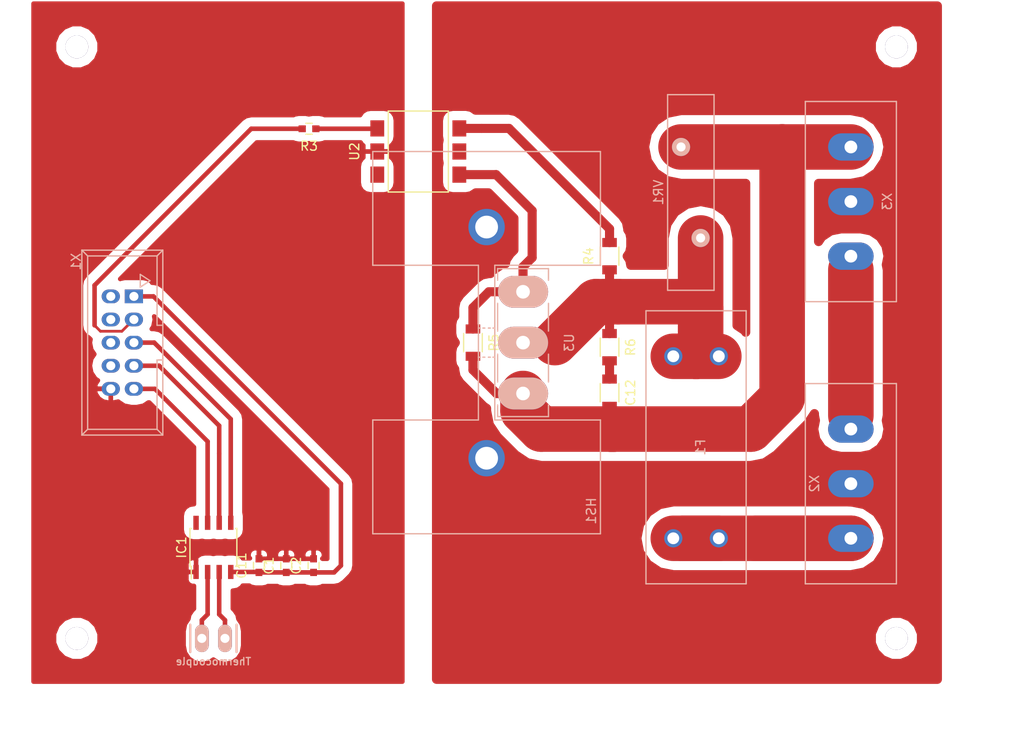
<source format=kicad_pcb>
(kicad_pcb (version 4) (host pcbnew "(2015-09-12 BZR 6188)-product")

  (general
    (links 35)
    (no_connects 0)
    (area 95.615476 49.075 213 132.700001)
    (thickness 1.6)
    (drawings 8)
    (tracks 111)
    (zones 0)
    (modules 22)
    (nets 18)
  )

  (page A4)
  (layers
    (0 F.Cu signal)
    (31 B.Cu signal)
    (32 B.Adhes user)
    (33 F.Adhes user)
    (34 B.Paste user)
    (35 F.Paste user)
    (36 B.SilkS user)
    (37 F.SilkS user)
    (38 B.Mask user)
    (39 F.Mask user)
    (40 Dwgs.User user)
    (41 Cmts.User user)
    (42 Eco1.User user)
    (43 Eco2.User user)
    (44 Edge.Cuts user)
    (45 Margin user)
    (46 B.CrtYd user)
    (47 F.CrtYd user)
    (48 B.Fab user)
    (49 F.Fab user)
  )

  (setup
    (last_trace_width 0.5)
    (user_trace_width 0.5)
    (user_trace_width 1)
    (user_trace_width 3)
    (user_trace_width 5)
    (trace_clearance 0.3)
    (zone_clearance 1)
    (zone_45_only no)
    (trace_min 0.2)
    (segment_width 0.15)
    (edge_width 0.15)
    (via_size 1.5)
    (via_drill 1)
    (via_min_size 0.4)
    (via_min_drill 0.3)
    (uvia_size 0.3)
    (uvia_drill 0.1)
    (uvias_allowed no)
    (uvia_min_size 0.2)
    (uvia_min_drill 0.1)
    (pcb_text_width 0.3)
    (pcb_text_size 1.5 1.5)
    (mod_edge_width 0.15)
    (mod_text_size 1 1)
    (mod_text_width 0.15)
    (pad_size 3 5)
    (pad_drill 1.4)
    (pad_to_mask_clearance 0.2)
    (aux_axis_origin 0 0)
    (grid_origin 174 109)
    (visible_elements FFFFFF7F)
    (pcbplotparams
      (layerselection 0x00030_80000001)
      (usegerberextensions false)
      (excludeedgelayer true)
      (linewidth 0.100000)
      (plotframeref false)
      (viasonmask false)
      (mode 1)
      (useauxorigin false)
      (hpglpennumber 1)
      (hpglpenspeed 20)
      (hpglpendiameter 15)
      (hpglpenoverlay 2)
      (psnegative false)
      (psa4output false)
      (plotreference true)
      (plotvalue true)
      (plotinvisibletext false)
      (padsonsilk false)
      (subtractmaskfromsilk false)
      (outputformat 1)
      (mirror false)
      (drillshape 1)
      (scaleselection 1)
      (outputdirectory ""))
  )

  (net 0 "")
  (net 1 GND)
  (net 2 +3V3)
  (net 3 /L_load)
  (net 4 /L_mains)
  (net 5 /TC-)
  (net 6 /TC+)
  (net 7 "Net-(R3-Pad1)")
  (net 8 /PE_mains)
  (net 9 /N_mains)
  (net 10 /TC_SCK)
  (net 11 /~TC_CS)
  (net 12 /TC_SO)
  (net 13 /PWR)
  (net 14 /Snub)
  (net 15 /MOC_A1)
  (net 16 /MOC_A2)
  (net 17 /L_main_fused)

  (net_class Default "This is the default net class."
    (clearance 0.3)
    (trace_width 0.3)
    (via_dia 1.5)
    (via_drill 1)
    (uvia_dia 0.3)
    (uvia_drill 0.1)
    (add_net +3V3)
    (add_net /PWR)
    (add_net /TC+)
    (add_net /TC-)
    (add_net /TC_SCK)
    (add_net /TC_SO)
    (add_net /~TC_CS)
    (add_net GND)
    (add_net "Net-(R3-Pad1)")
  )

  (net_class AC ""
    (clearance 1)
    (trace_width 3)
    (via_dia 1.5)
    (via_drill 1)
    (uvia_dia 0.3)
    (uvia_drill 0.1)
    (add_net /L_load)
    (add_net /L_main_fused)
    (add_net /L_mains)
    (add_net /N_mains)
    (add_net /PE_mains)
  )

  (net_class AC-LC ""
    (clearance 1)
    (trace_width 1)
    (via_dia 1.5)
    (via_drill 1)
    (uvia_dia 0.3)
    (uvia_drill 0.1)
    (add_net /MOC_A1)
    (add_net /MOC_A2)
    (add_net /Snub)
  )

  (module Mounting_Holes:MountingHole_2-5mm (layer F.Cu) (tedit 56C78D99) (tstamp 56C7903D)
    (at 195 120)
    (descr "Mounting hole, Befestigungsbohrung, 2,5mm, No Annular, Kein Restring,")
    (tags "Mounting hole, Befestigungsbohrung, 2,5mm, No Annular, Kein Restring,")
    (fp_text reference REF** (at 0 -3.50012) (layer F.SilkS) hide
      (effects (font (size 1 1) (thickness 0.15)))
    )
    (fp_text value MountingHole_2-5mm (at 0 4) (layer F.Fab)
      (effects (font (size 1 1) (thickness 0.15)))
    )
    (fp_circle (center 0 0) (end 2.5 0) (layer Cmts.User) (width 0.381))
    (pad 1 thru_hole circle (at 0 0) (size 2.5 2.5) (drill 2.5) (layers))
  )

  (module Mounting_Holes:MountingHole_2-5mm (layer F.Cu) (tedit 56C78D99) (tstamp 56C7901D)
    (at 105 120)
    (descr "Mounting hole, Befestigungsbohrung, 2,5mm, No Annular, Kein Restring,")
    (tags "Mounting hole, Befestigungsbohrung, 2,5mm, No Annular, Kein Restring,")
    (fp_text reference REF** (at 0 -3.50012) (layer F.SilkS) hide
      (effects (font (size 1 1) (thickness 0.15)))
    )
    (fp_text value MountingHole_2-5mm (at 0 4) (layer F.Fab)
      (effects (font (size 1 1) (thickness 0.15)))
    )
    (fp_circle (center 0 0) (end 2.5 0) (layer Cmts.User) (width 0.381))
    (pad 1 thru_hole circle (at 0 0) (size 2.5 2.5) (drill 2.5) (layers))
  )

  (module Mounting_Holes:MountingHole_2-5mm (layer F.Cu) (tedit 56C78D99) (tstamp 56C79018)
    (at 105 55)
    (descr "Mounting hole, Befestigungsbohrung, 2,5mm, No Annular, Kein Restring,")
    (tags "Mounting hole, Befestigungsbohrung, 2,5mm, No Annular, Kein Restring,")
    (fp_text reference REF** (at 0 -3.50012) (layer F.SilkS) hide
      (effects (font (size 1 1) (thickness 0.15)))
    )
    (fp_text value MountingHole_2-5mm (at 0 -4) (layer F.Fab)
      (effects (font (size 1 1) (thickness 0.15)))
    )
    (fp_circle (center 0 0) (end 2.5 0) (layer Cmts.User) (width 0.381))
    (pad 1 thru_hole circle (at 0 0) (size 2.5 2.5) (drill 2.5) (layers))
  )

  (module uMIDI:Fuseholder_Schurter_20x5 (layer B.Cu) (tedit 56AF9776) (tstamp 56AFA452)
    (at 173 99 270)
    (path /56A9124A)
    (fp_text reference F1 (at 0 -0.5 270) (layer B.SilkS)
      (effects (font (size 1 1) (thickness 0.15)) (justify mirror))
    )
    (fp_text value "Insert 12A slow" (at 0 0.5 270) (layer B.Fab)
      (effects (font (size 1 1) (thickness 0.15)) (justify mirror))
    )
    (fp_line (start 15 5.5) (end 15 -5.5) (layer B.SilkS) (width 0.15))
    (fp_line (start -15 5.5) (end 15 5.5) (layer B.SilkS) (width 0.15))
    (fp_line (start -15 -5.5) (end 15 -5.5) (layer B.SilkS) (width 0.15))
    (fp_line (start -15 5.5) (end -15 -5.5) (layer B.SilkS) (width 0.15))
    (pad 1 thru_hole circle (at -10 -2.5 270) (size 2 2) (drill 1.3) (layers *.Cu *.Mask)
      (net 17 /L_main_fused))
    (pad 1 thru_hole circle (at -10 2.5 270) (size 2 2) (drill 1.3) (layers *.Cu *.Mask)
      (net 17 /L_main_fused))
    (pad 2 thru_hole circle (at 10 2.5 270) (size 2 2) (drill 1.3) (layers *.Cu *.Mask)
      (net 4 /L_mains))
    (pad 2 thru_hole circle (at 10 -2.5 270) (size 2 2) (drill 1.3) (layers *.Cu *.Mask)
      (net 4 /L_mains))
  )

  (module Housings_SOIC:SOIC-8_3.9x4.9mm_Pitch1.27mm (layer F.Cu) (tedit 54130A77) (tstamp 56AFA45E)
    (at 120 110 90)
    (descr "8-Lead Plastic Small Outline (SN) - Narrow, 3.90 mm Body [SOIC] (see Microchip Packaging Specification 00000049BS.pdf)")
    (tags "SOIC 1.27")
    (path /56AA0615)
    (attr smd)
    (fp_text reference IC1 (at 0 -3.5 90) (layer F.SilkS)
      (effects (font (size 1 1) (thickness 0.15)))
    )
    (fp_text value MAX6675 (at 0 3.5 90) (layer F.Fab)
      (effects (font (size 1 1) (thickness 0.15)))
    )
    (fp_line (start -3.75 -2.75) (end -3.75 2.75) (layer F.CrtYd) (width 0.05))
    (fp_line (start 3.75 -2.75) (end 3.75 2.75) (layer F.CrtYd) (width 0.05))
    (fp_line (start -3.75 -2.75) (end 3.75 -2.75) (layer F.CrtYd) (width 0.05))
    (fp_line (start -3.75 2.75) (end 3.75 2.75) (layer F.CrtYd) (width 0.05))
    (fp_line (start -2.075 -2.575) (end -2.075 -2.43) (layer F.SilkS) (width 0.15))
    (fp_line (start 2.075 -2.575) (end 2.075 -2.43) (layer F.SilkS) (width 0.15))
    (fp_line (start 2.075 2.575) (end 2.075 2.43) (layer F.SilkS) (width 0.15))
    (fp_line (start -2.075 2.575) (end -2.075 2.43) (layer F.SilkS) (width 0.15))
    (fp_line (start -2.075 -2.575) (end 2.075 -2.575) (layer F.SilkS) (width 0.15))
    (fp_line (start -2.075 2.575) (end 2.075 2.575) (layer F.SilkS) (width 0.15))
    (fp_line (start -2.075 -2.43) (end -3.475 -2.43) (layer F.SilkS) (width 0.15))
    (pad 1 smd rect (at -2.7 -1.905 90) (size 1.55 0.6) (layers F.Cu F.Paste F.Mask)
      (net 1 GND))
    (pad 2 smd rect (at -2.7 -0.635 90) (size 1.55 0.6) (layers F.Cu F.Paste F.Mask)
      (net 5 /TC-))
    (pad 3 smd rect (at -2.7 0.635 90) (size 1.55 0.6) (layers F.Cu F.Paste F.Mask)
      (net 6 /TC+))
    (pad 4 smd rect (at -2.7 1.905 90) (size 1.55 0.6) (layers F.Cu F.Paste F.Mask)
      (net 2 +3V3))
    (pad 5 smd rect (at 2.7 1.905 90) (size 1.55 0.6) (layers F.Cu F.Paste F.Mask)
      (net 10 /TC_SCK))
    (pad 6 smd rect (at 2.7 0.635 90) (size 1.55 0.6) (layers F.Cu F.Paste F.Mask)
      (net 11 /~TC_CS))
    (pad 7 smd rect (at 2.7 -0.635 90) (size 1.55 0.6) (layers F.Cu F.Paste F.Mask)
      (net 12 /TC_SO))
    (pad 8 smd rect (at 2.7 -1.905 90) (size 1.55 0.6) (layers F.Cu F.Paste F.Mask))
    (model Housings_SOIC.3dshapes/SOIC-8_3.9x4.9mm_Pitch1.27mm.wrl
      (at (xyz 0 0 0))
      (scale (xyz 1 1 1))
      (rotate (xyz 0 0 0))
    )
  )

  (module uMIDI:MOC3063_SMT (layer F.Cu) (tedit 56AE58CF) (tstamp 56AFA50A)
    (at 142.5 66.5 270)
    (path /56A8F593)
    (fp_text reference U2 (at 0 7 270) (layer F.SilkS)
      (effects (font (size 1 1) (thickness 0.15)))
    )
    (fp_text value MOC3063 (at 0 -7 270) (layer F.Fab)
      (effects (font (size 1 1) (thickness 0.15)))
    )
    (fp_line (start 4.45 -3.3) (end -4.45 -3.3) (layer F.SilkS) (width 0.15))
    (fp_line (start 4.45 3.3) (end 4.45 -3.3) (layer F.SilkS) (width 0.15))
    (fp_line (start -4.45 3.3) (end -4.45 -3.3) (layer F.SilkS) (width 0.15))
    (fp_line (start 4.45 3.3) (end -4.45 3.3) (layer F.SilkS) (width 0.15))
    (pad 2 smd trapezoid (at 0 4.505 270) (size 1.78 1.52) (layers F.Cu F.Paste F.Mask)
      (net 1 GND))
    (pad 1 smd trapezoid (at -2.54 4.505 270) (size 1.78 1.52) (layers F.Cu F.Paste F.Mask)
      (net 7 "Net-(R3-Pad1)"))
    (pad 3 smd trapezoid (at 2.54 4.505 270) (size 1.78 1.52) (layers F.Cu F.Paste F.Mask))
    (pad 6 smd trapezoid (at -2.54 -4.505 270) (size 1.78 1.52) (layers F.Cu F.Paste F.Mask)
      (net 15 /MOC_A1))
    (pad 5 smd trapezoid (at 0 -4.505 270) (size 1.78 1.52) (layers F.Cu F.Paste F.Mask))
    (pad 4 smd trapezoid (at 2.54 -4.505 270) (size 1.78 1.52) (layers F.Cu F.Paste F.Mask)
      (net 16 /MOC_A2))
  )

  (module TO_SOT_Packages_THT:TO-247_Vertical_Neutral123_largePads locked (layer B.Cu) (tedit 0) (tstamp 56AFA511)
    (at 154 87.5 90)
    (descr "TO-247 TO-218 TOP-3 FET 1=Gate 2=Drain 3=Source Vertical, large Pads")
    (tags "Transistor FET TO-247 TO-218 TOP-3 Vertical")
    (path /56A8F3B6)
    (fp_text reference U3 (at 0 5.08 90) (layer B.SilkS)
      (effects (font (size 1 1) (thickness 0.15)) (justify mirror))
    )
    (fp_text value BTA41/600B (at -1.016 -8.128 90) (layer B.Fab)
      (effects (font (size 1 1) (thickness 0.15)) (justify mirror))
    )
    (fp_line (start 6.858 -2.794) (end 8.128 -2.794) (layer B.SilkS) (width 0.15))
    (fp_line (start 1.27 -2.794) (end 4.318 -2.794) (layer B.SilkS) (width 0.15))
    (fp_line (start -4.318 -2.794) (end -1.27 -2.794) (layer B.SilkS) (width 0.15))
    (fp_line (start -6.858 -2.794) (end -8.128 -2.794) (layer B.SilkS) (width 0.15))
    (fp_line (start 6.858 2.794) (end 8.128 2.794) (layer B.SilkS) (width 0.15))
    (fp_line (start 1.27 2.794) (end 4.318 2.794) (layer B.SilkS) (width 0.15))
    (fp_line (start -4.318 2.794) (end -1.27 2.794) (layer B.SilkS) (width 0.15))
    (fp_line (start -6.858 2.794) (end -8.128 2.794) (layer B.SilkS) (width 0.15))
    (fp_line (start 8.128 -2.794) (end 8.128 2.794) (layer B.SilkS) (width 0.15))
    (fp_line (start -8.128 2.794) (end -8.128 -2.794) (layer B.SilkS) (width 0.15))
    (pad 2 thru_hole oval (at 0 0) (size 5.50164 3.50012) (drill 1.50114) (layers *.Cu *.Mask B.SilkS)
      (net 17 /L_main_fused))
    (pad 1 thru_hole oval (at -5.588 0) (size 5.50164 3.50012) (drill 1.50114) (layers *.Cu *.Mask B.SilkS)
      (net 3 /L_load))
    (pad 3 thru_hole oval (at 5.588 0) (size 5.50164 3.50012) (drill 1.50114) (layers *.Cu *.Mask B.SilkS)
      (net 16 /MOC_A2))
  )

  (module Varistors:RV_Disc_D21.5_W5.1_P10 (layer B.Cu) (tedit 5529CAF8) (tstamp 56AFA517)
    (at 173.5 76 90)
    (tags "varistor SIOV")
    (path /56AFB9EA)
    (fp_text reference VR1 (at 5 -4.625 90) (layer B.SilkS)
      (effects (font (size 1 1) (thickness 0.15)) (justify mirror))
    )
    (fp_text value 430V (at 5 2.475 90) (layer B.Fab)
      (effects (font (size 1 1) (thickness 0.15)) (justify mirror))
    )
    (fp_line (start -6 -3.875) (end 16 -3.875) (layer B.CrtYd) (width 0.05))
    (fp_line (start -6 1.725) (end 16 1.725) (layer B.CrtYd) (width 0.05))
    (fp_line (start 16 1.725) (end 16 -3.875) (layer B.CrtYd) (width 0.05))
    (fp_line (start -6 1.725) (end -6 -3.875) (layer B.CrtYd) (width 0.05))
    (fp_line (start -5.75 -3.625) (end 15.75 -3.625) (layer B.SilkS) (width 0.15))
    (fp_line (start -5.75 1.475) (end 15.75 1.475) (layer B.SilkS) (width 0.15))
    (fp_line (start 15.75 1.475) (end 15.75 -3.625) (layer B.SilkS) (width 0.15))
    (fp_line (start -5.75 1.475) (end -5.75 -3.625) (layer B.SilkS) (width 0.15))
    (pad 1 thru_hole circle (at 0 0 90) (size 2 2) (drill 1) (layers *.Cu *.Mask B.SilkS)
      (net 17 /L_main_fused))
    (pad 2 thru_hole circle (at 10 -2.15 90) (size 2 2) (drill 1) (layers *.Cu *.Mask B.SilkS)
      (net 3 /L_load))
  )

  (module uMIDI:Mains_Solder (layer B.Cu) (tedit 56C81CA9) (tstamp 56AFA52D)
    (at 190 103 90)
    (descr "3 terminals for soldering to a 1,5mm^2 cord")
    (tags "Mains AC 1,5mm^2")
    (path /56AFEF30)
    (fp_text reference X2 (at 0 -4 90) (layer B.SilkS)
      (effects (font (size 1 1) (thickness 0.15)) (justify mirror))
    )
    (fp_text value Mains (at 0 4 90) (layer B.Fab)
      (effects (font (size 1 1) (thickness 0.15)) (justify mirror))
    )
    (fp_line (start -11 -5) (end -11 5) (layer B.SilkS) (width 0.15))
    (fp_line (start 11 -5) (end -11 -5) (layer B.SilkS) (width 0.15))
    (fp_line (start 11 5) (end 11 -5) (layer B.SilkS) (width 0.15))
    (fp_line (start -11 5) (end 11 5) (layer B.SilkS) (width 0.15))
    (pad 2 thru_hole oval (at 0 0 90) (size 3 5) (drill 1.4) (layers *.Cu *.Mask)
      (net 8 /PE_mains) (zone_connect 2))
    (pad 1 thru_hole oval (at -6 0 90) (size 3 5) (drill 1.4) (layers *.Cu *.Mask)
      (net 4 /L_mains))
    (pad 3 thru_hole oval (at 6 0 90) (size 3 5) (drill 1.4) (layers *.Cu *.Mask)
      (net 9 /N_mains))
  )

  (module uMIDI:Mains_Solder (layer B.Cu) (tedit 56C81CA1) (tstamp 56AFA534)
    (at 190 72 270)
    (descr "3 terminals for soldering to a 1,5mm^2 cord")
    (tags "Mains AC 1,5mm^2")
    (path /56AFF4C6)
    (fp_text reference X3 (at 0 -4 270) (layer B.SilkS)
      (effects (font (size 1 1) (thickness 0.15)) (justify mirror))
    )
    (fp_text value Load (at 0 4 270) (layer B.Fab)
      (effects (font (size 1 1) (thickness 0.15)) (justify mirror))
    )
    (fp_line (start -11 -5) (end -11 5) (layer B.SilkS) (width 0.15))
    (fp_line (start 11 -5) (end -11 -5) (layer B.SilkS) (width 0.15))
    (fp_line (start 11 5) (end 11 -5) (layer B.SilkS) (width 0.15))
    (fp_line (start -11 5) (end 11 5) (layer B.SilkS) (width 0.15))
    (pad 2 thru_hole oval (at 0 0 270) (size 3 5) (drill 1.4) (layers *.Cu *.Mask)
      (net 8 /PE_mains) (zone_connect 2))
    (pad 1 thru_hole oval (at -6 0 270) (size 3 5) (drill 1.4) (layers *.Cu *.Mask)
      (net 3 /L_load))
    (pad 3 thru_hole oval (at 6 0 270) (size 3 5) (drill 1.4) (layers *.Cu *.Mask)
      (net 9 /N_mains))
  )

  (module uMIDI:Pinhead1-2 placed (layer B.Cu) (tedit 5471CAFA) (tstamp 56AFA53A)
    (at 120 120 180)
    (path /56B0080E)
    (solder_mask_margin 0.3)
    (clearance 0.3)
    (attr virtual)
    (fp_text reference X4 (at 0 3.9 180) (layer B.SilkS) hide
      (effects (font (size 0.8 0.8) (thickness 0.12)) (justify mirror))
    )
    (fp_text value Thermocouple (at 0 -2.54 180) (layer B.SilkS)
      (effects (font (size 0.8 0.8) (thickness 0.15)) (justify mirror))
    )
    (fp_line (start -2.54 1.5) (end -2.54 -1.5) (layer B.SilkS) (width 0.254))
    (fp_line (start 2.54 1.5) (end 2.54 -1.5) (layer B.SilkS) (width 0.254))
    (pad 1 thru_hole oval (at -1.27 0 180) (size 1.50622 3.01498) (drill 0.99822) (layers *.Cu *.Mask B.SilkS)
      (net 6 /TC+))
    (pad 2 thru_hole oval (at 1.27 0 180) (size 1.50622 3.01498) (drill 0.99822) (layers *.Cu *.Mask B.SilkS)
      (net 5 /TC-))
  )

  (module uMIDI:Con-boxed_header-THT locked (layer B.Cu) (tedit 56615DF1) (tstamp 56C20C73)
    (at 110 87.5 270)
    (descr "CONNECTOR Boxed header 2x5 pins")
    (tags CONNECTOR)
    (path /56C0B2E0)
    (attr virtual)
    (fp_text reference X1 (at -8.89 5.08 270) (layer B.SilkS)
      (effects (font (size 1 1) (thickness 0.15)) (justify mirror))
    )
    (fp_text value Master (at 1.27 -6.35 270) (layer B.Fab)
      (effects (font (size 1 1) (thickness 0.15)) (justify mirror))
    )
    (fp_line (start -9.525 3.81) (end -10.16 4.445) (layer B.SilkS) (width 0.15))
    (fp_line (start -9.525 -3.81) (end -10.16 -4.445) (layer B.SilkS) (width 0.15))
    (fp_line (start 9.525 -3.81) (end 10.16 -4.445) (layer B.SilkS) (width 0.15))
    (fp_line (start 9.525 3.81) (end 10.16 4.445) (layer B.SilkS) (width 0.15))
    (fp_line (start 1.905 -4.445) (end 1.905 -3.81) (layer B.SilkS) (width 0.15))
    (fp_line (start 1.905 -3.81) (end 9.525 -3.81) (layer B.SilkS) (width 0.15))
    (fp_line (start 9.525 -3.81) (end 9.525 3.81) (layer B.SilkS) (width 0.15))
    (fp_line (start 9.525 3.81) (end -9.525 3.81) (layer B.SilkS) (width 0.15))
    (fp_line (start -9.525 3.81) (end -9.525 -3.81) (layer B.SilkS) (width 0.15))
    (fp_line (start -9.525 -3.81) (end -1.905 -3.81) (layer B.SilkS) (width 0.15))
    (fp_line (start -1.905 -3.81) (end -1.905 -4.445) (layer B.SilkS) (width 0.15))
    (fp_line (start -10.16 -4.445) (end 10.16 -4.445) (layer B.SilkS) (width 0.15))
    (fp_line (start 10.16 4.445) (end -10.16 4.445) (layer B.SilkS) (width 0.15))
    (fp_line (start -10.16 4.445) (end -10.16 -4.445) (layer B.SilkS) (width 0.15))
    (fp_line (start 10.16 4.445) (end 10.16 -4.445) (layer B.SilkS) (width 0.15))
    (fp_line (start -7.49808 -1.9685) (end -6.79958 -3.03784) (layer B.SilkS) (width 0.15))
    (fp_line (start -6.79958 -3.03784) (end -6.09854 -1.9685) (layer B.SilkS) (width 0.15))
    (fp_line (start -6.09854 -1.9685) (end -7.49808 -1.9685) (layer B.SilkS) (width 0.15))
    (pad 1 thru_hole rect (at -5.08 -1.27 270) (size 1.50622 2) (drill 0.99822) (layers *.Cu *.Mask)
      (net 2 +3V3))
    (pad 2 thru_hole oval (at -5.08 1.27 270) (size 1.50622 2) (drill 0.99822) (layers *.Cu *.Mask))
    (pad 3 thru_hole oval (at -2.54 -1.27 270) (size 1.50622 2) (drill 0.99822) (layers *.Cu *.Mask)
      (net 13 /PWR))
    (pad 4 thru_hole oval (at -2.54 1.27 270) (size 1.50622 2) (drill 0.99822) (layers *.Cu *.Mask))
    (pad 5 thru_hole oval (at 0 -1.27 270) (size 1.50622 2) (drill 0.99822) (layers *.Cu *.Mask)
      (net 10 /TC_SCK))
    (pad 6 thru_hole oval (at 0 1.27 270) (size 1.50622 2) (drill 0.99822) (layers *.Cu *.Mask))
    (pad 7 thru_hole oval (at 2.54 -1.27 270) (size 1.50622 2) (drill 0.99822) (layers *.Cu *.Mask)
      (net 11 /~TC_CS))
    (pad 8 thru_hole oval (at 2.54 1.27 270) (size 1.50622 2) (drill 0.99822) (layers *.Cu *.Mask))
    (pad 9 thru_hole oval (at 5.08 -1.27 270) (size 1.50622 2) (drill 0.99822) (layers *.Cu *.Mask)
      (net 12 /TC_SO))
    (pad 10 thru_hole oval (at 5.08 1.27 270) (size 1.50622 2) (drill 0.99822) (layers *.Cu *.Mask)
      (net 1 GND))
  )

  (module Mounting_Holes:MountingHole_2-5mm (layer F.Cu) (tedit 56C78D99) (tstamp 56C78FFC)
    (at 195 55)
    (descr "Mounting hole, Befestigungsbohrung, 2,5mm, No Annular, Kein Restring,")
    (tags "Mounting hole, Befestigungsbohrung, 2,5mm, No Annular, Kein Restring,")
    (fp_text reference REF** (at 0 -3.50012) (layer F.SilkS) hide
      (effects (font (size 1 1) (thickness 0.15)))
    )
    (fp_text value MountingHole_2-5mm (at 0 -4) (layer F.Fab)
      (effects (font (size 1 1) (thickness 0.15)))
    )
    (fp_circle (center 0 0) (end 2.5 0) (layer Cmts.User) (width 0.381))
    (pad 1 thru_hole circle (at 0 0) (size 2.5 2.5) (drill 2.5) (layers))
  )

  (module uMIDI:Pas_0603 (layer F.Cu) (tedit 5415D631) (tstamp 56C79A0D)
    (at 128 112 90)
    (descr "Generic SMD 0603 package")
    (tags 0603)
    (path /56C0D9F5)
    (attr smd)
    (fp_text reference C1 (at 0 -1.9 90) (layer F.SilkS)
      (effects (font (size 1 1) (thickness 0.15)))
    )
    (fp_text value 100n (at 0 1.9 90) (layer F.Fab)
      (effects (font (size 1 1) (thickness 0.15)))
    )
    (fp_line (start -1.45 -0.75) (end 1.45 -0.75) (layer F.CrtYd) (width 0.05))
    (fp_line (start -1.45 0.75) (end 1.45 0.75) (layer F.CrtYd) (width 0.05))
    (fp_line (start -1.45 -0.75) (end -1.45 0.75) (layer F.CrtYd) (width 0.05))
    (fp_line (start 1.45 -0.75) (end 1.45 0.75) (layer F.CrtYd) (width 0.05))
    (fp_line (start -0.35 -0.6) (end 0.35 -0.6) (layer F.SilkS) (width 0.15))
    (fp_line (start 0.35 0.6) (end -0.35 0.6) (layer F.SilkS) (width 0.15))
    (pad 1 smd rect (at -0.75 0 90) (size 0.8 0.75) (layers F.Cu F.Paste F.Mask)
      (net 2 +3V3))
    (pad 2 smd rect (at 0.75 0 90) (size 0.8 0.75) (layers F.Cu F.Paste F.Mask)
      (net 1 GND))
    (model Capacitors_SMD.3dshapes/C_0603.wrl
      (at (xyz 0 0 0))
      (scale (xyz 1 1 1))
      (rotate (xyz 0 0 0))
    )
  )

  (module uMIDI:Pas_0603 (layer F.Cu) (tedit 5415D631) (tstamp 56C79A18)
    (at 131 112 90)
    (descr "Generic SMD 0603 package")
    (tags 0603)
    (path /56C209CA)
    (attr smd)
    (fp_text reference C2 (at 0 -1.9 90) (layer F.SilkS)
      (effects (font (size 1 1) (thickness 0.15)))
    )
    (fp_text value 100n (at 0 1.9 90) (layer F.Fab)
      (effects (font (size 1 1) (thickness 0.15)))
    )
    (fp_line (start -1.45 -0.75) (end 1.45 -0.75) (layer F.CrtYd) (width 0.05))
    (fp_line (start -1.45 0.75) (end 1.45 0.75) (layer F.CrtYd) (width 0.05))
    (fp_line (start -1.45 -0.75) (end -1.45 0.75) (layer F.CrtYd) (width 0.05))
    (fp_line (start 1.45 -0.75) (end 1.45 0.75) (layer F.CrtYd) (width 0.05))
    (fp_line (start -0.35 -0.6) (end 0.35 -0.6) (layer F.SilkS) (width 0.15))
    (fp_line (start 0.35 0.6) (end -0.35 0.6) (layer F.SilkS) (width 0.15))
    (pad 1 smd rect (at -0.75 0 90) (size 0.8 0.75) (layers F.Cu F.Paste F.Mask)
      (net 2 +3V3))
    (pad 2 smd rect (at 0.75 0 90) (size 0.8 0.75) (layers F.Cu F.Paste F.Mask)
      (net 1 GND))
    (model Capacitors_SMD.3dshapes/C_0603.wrl
      (at (xyz 0 0 0))
      (scale (xyz 1 1 1))
      (rotate (xyz 0 0 0))
    )
  )

  (module uMIDI:Pas_0603 (layer F.Cu) (tedit 5415D631) (tstamp 56C79A23)
    (at 125 112 90)
    (descr "Generic SMD 0603 package")
    (tags 0603)
    (path /56AA462E)
    (attr smd)
    (fp_text reference C11 (at 0 -1.9 90) (layer F.SilkS)
      (effects (font (size 1 1) (thickness 0.15)))
    )
    (fp_text value 100n (at 0 1.9 90) (layer F.Fab)
      (effects (font (size 1 1) (thickness 0.15)))
    )
    (fp_line (start -1.45 -0.75) (end 1.45 -0.75) (layer F.CrtYd) (width 0.05))
    (fp_line (start -1.45 0.75) (end 1.45 0.75) (layer F.CrtYd) (width 0.05))
    (fp_line (start -1.45 -0.75) (end -1.45 0.75) (layer F.CrtYd) (width 0.05))
    (fp_line (start 1.45 -0.75) (end 1.45 0.75) (layer F.CrtYd) (width 0.05))
    (fp_line (start -0.35 -0.6) (end 0.35 -0.6) (layer F.SilkS) (width 0.15))
    (fp_line (start 0.35 0.6) (end -0.35 0.6) (layer F.SilkS) (width 0.15))
    (pad 1 smd rect (at -0.75 0 90) (size 0.8 0.75) (layers F.Cu F.Paste F.Mask)
      (net 2 +3V3))
    (pad 2 smd rect (at 0.75 0 90) (size 0.8 0.75) (layers F.Cu F.Paste F.Mask)
      (net 1 GND))
    (model Capacitors_SMD.3dshapes/C_0603.wrl
      (at (xyz 0 0 0))
      (scale (xyz 1 1 1))
      (rotate (xyz 0 0 0))
    )
  )

  (module uMIDI:Pas_1206 (layer F.Cu) (tedit 5415D7BD) (tstamp 56C79A2E)
    (at 163.5 93 270)
    (descr "Generic SMD 1206 package")
    (tags 1206)
    (path /56A90389)
    (attr smd)
    (fp_text reference C12 (at 0 -2.3 270) (layer F.SilkS)
      (effects (font (size 1 1) (thickness 0.15)))
    )
    (fp_text value 10n (at 0 2.3 270) (layer F.Fab)
      (effects (font (size 1 1) (thickness 0.15)))
    )
    (fp_line (start -2.3 -1.15) (end 2.3 -1.15) (layer F.CrtYd) (width 0.05))
    (fp_line (start -2.3 1.15) (end 2.3 1.15) (layer F.CrtYd) (width 0.05))
    (fp_line (start -2.3 -1.15) (end -2.3 1.15) (layer F.CrtYd) (width 0.05))
    (fp_line (start 2.3 -1.15) (end 2.3 1.15) (layer F.CrtYd) (width 0.05))
    (fp_line (start 1 -1.025) (end -1 -1.025) (layer F.SilkS) (width 0.15))
    (fp_line (start -1 1.025) (end 1 1.025) (layer F.SilkS) (width 0.15))
    (pad 1 smd rect (at -1.5 0 270) (size 1 1.6) (layers F.Cu F.Paste F.Mask)
      (net 14 /Snub))
    (pad 2 smd rect (at 1.5 0 270) (size 1 1.6) (layers F.Cu F.Paste F.Mask)
      (net 3 /L_load))
    (model Capacitors_SMD.3dshapes/C_1206.wrl
      (at (xyz 0 0 0))
      (scale (xyz 1 1 1))
      (rotate (xyz 0 0 0))
    )
  )

  (module uMIDI:Pas_0603 (layer F.Cu) (tedit 5415D631) (tstamp 56C79A39)
    (at 130.5 64 180)
    (descr "Generic SMD 0603 package")
    (tags 0603)
    (path /56A91D56)
    (attr smd)
    (fp_text reference R3 (at 0 -1.9 180) (layer F.SilkS)
      (effects (font (size 1 1) (thickness 0.15)))
    )
    (fp_text value 390 (at 0 1.9 180) (layer F.Fab)
      (effects (font (size 1 1) (thickness 0.15)))
    )
    (fp_line (start -1.45 -0.75) (end 1.45 -0.75) (layer F.CrtYd) (width 0.05))
    (fp_line (start -1.45 0.75) (end 1.45 0.75) (layer F.CrtYd) (width 0.05))
    (fp_line (start -1.45 -0.75) (end -1.45 0.75) (layer F.CrtYd) (width 0.05))
    (fp_line (start 1.45 -0.75) (end 1.45 0.75) (layer F.CrtYd) (width 0.05))
    (fp_line (start -0.35 -0.6) (end 0.35 -0.6) (layer F.SilkS) (width 0.15))
    (fp_line (start 0.35 0.6) (end -0.35 0.6) (layer F.SilkS) (width 0.15))
    (pad 1 smd rect (at -0.75 0 180) (size 0.8 0.75) (layers F.Cu F.Paste F.Mask)
      (net 7 "Net-(R3-Pad1)"))
    (pad 2 smd rect (at 0.75 0 180) (size 0.8 0.75) (layers F.Cu F.Paste F.Mask)
      (net 13 /PWR))
    (model Capacitors_SMD.3dshapes/C_0603.wrl
      (at (xyz 0 0 0))
      (scale (xyz 1 1 1))
      (rotate (xyz 0 0 0))
    )
  )

  (module uMIDI:Pas_1206 (layer F.Cu) (tedit 5415D7BD) (tstamp 56C79A44)
    (at 163.5 78 90)
    (descr "Generic SMD 1206 package")
    (tags 1206)
    (path /56AFAFDC)
    (attr smd)
    (fp_text reference R4 (at 0 -2.3 90) (layer F.SilkS)
      (effects (font (size 1 1) (thickness 0.15)))
    )
    (fp_text value 360 (at 0 2.3 90) (layer F.Fab)
      (effects (font (size 1 1) (thickness 0.15)))
    )
    (fp_line (start -2.3 -1.15) (end 2.3 -1.15) (layer F.CrtYd) (width 0.05))
    (fp_line (start -2.3 1.15) (end 2.3 1.15) (layer F.CrtYd) (width 0.05))
    (fp_line (start -2.3 -1.15) (end -2.3 1.15) (layer F.CrtYd) (width 0.05))
    (fp_line (start 2.3 -1.15) (end 2.3 1.15) (layer F.CrtYd) (width 0.05))
    (fp_line (start 1 -1.025) (end -1 -1.025) (layer F.SilkS) (width 0.15))
    (fp_line (start -1 1.025) (end 1 1.025) (layer F.SilkS) (width 0.15))
    (pad 1 smd rect (at -1.5 0 90) (size 1 1.6) (layers F.Cu F.Paste F.Mask)
      (net 17 /L_main_fused))
    (pad 2 smd rect (at 1.5 0 90) (size 1 1.6) (layers F.Cu F.Paste F.Mask)
      (net 15 /MOC_A1))
    (model Capacitors_SMD.3dshapes/C_1206.wrl
      (at (xyz 0 0 0))
      (scale (xyz 1 1 1))
      (rotate (xyz 0 0 0))
    )
  )

  (module uMIDI:Pas_1206 (layer F.Cu) (tedit 5415D7BD) (tstamp 56C79A4F)
    (at 148.5 87.5 270)
    (descr "Generic SMD 1206 package")
    (tags 1206)
    (path /56A90095)
    (attr smd)
    (fp_text reference R5 (at 0 -2.3 270) (layer F.SilkS)
      (effects (font (size 1 1) (thickness 0.15)))
    )
    (fp_text value 360 (at 0 2.3 270) (layer F.Fab)
      (effects (font (size 1 1) (thickness 0.15)))
    )
    (fp_line (start -2.3 -1.15) (end 2.3 -1.15) (layer F.CrtYd) (width 0.05))
    (fp_line (start -2.3 1.15) (end 2.3 1.15) (layer F.CrtYd) (width 0.05))
    (fp_line (start -2.3 -1.15) (end -2.3 1.15) (layer F.CrtYd) (width 0.05))
    (fp_line (start 2.3 -1.15) (end 2.3 1.15) (layer F.CrtYd) (width 0.05))
    (fp_line (start 1 -1.025) (end -1 -1.025) (layer F.SilkS) (width 0.15))
    (fp_line (start -1 1.025) (end 1 1.025) (layer F.SilkS) (width 0.15))
    (pad 1 smd rect (at -1.5 0 270) (size 1 1.6) (layers F.Cu F.Paste F.Mask)
      (net 16 /MOC_A2))
    (pad 2 smd rect (at 1.5 0 270) (size 1 1.6) (layers F.Cu F.Paste F.Mask)
      (net 3 /L_load))
    (model Capacitors_SMD.3dshapes/C_1206.wrl
      (at (xyz 0 0 0))
      (scale (xyz 1 1 1))
      (rotate (xyz 0 0 0))
    )
  )

  (module uMIDI:Pas_1206 (layer F.Cu) (tedit 5415D7BD) (tstamp 56C79A5A)
    (at 163.5 88 270)
    (descr "Generic SMD 1206 package")
    (tags 1206)
    (path /56A9031F)
    (attr smd)
    (fp_text reference R6 (at 0 -2.3 270) (layer F.SilkS)
      (effects (font (size 1 1) (thickness 0.15)))
    )
    (fp_text value 39 (at 0 2.3 270) (layer F.Fab)
      (effects (font (size 1 1) (thickness 0.15)))
    )
    (fp_line (start -2.3 -1.15) (end 2.3 -1.15) (layer F.CrtYd) (width 0.05))
    (fp_line (start -2.3 1.15) (end 2.3 1.15) (layer F.CrtYd) (width 0.05))
    (fp_line (start -2.3 -1.15) (end -2.3 1.15) (layer F.CrtYd) (width 0.05))
    (fp_line (start 2.3 -1.15) (end 2.3 1.15) (layer F.CrtYd) (width 0.05))
    (fp_line (start 1 -1.025) (end -1 -1.025) (layer F.SilkS) (width 0.15))
    (fp_line (start -1 1.025) (end 1 1.025) (layer F.SilkS) (width 0.15))
    (pad 1 smd rect (at -1.5 0 270) (size 1 1.6) (layers F.Cu F.Paste F.Mask)
      (net 17 /L_main_fused))
    (pad 2 smd rect (at 1.5 0 270) (size 1 1.6) (layers F.Cu F.Paste F.Mask)
      (net 14 /Snub))
    (model Capacitors_SMD.3dshapes/C_1206.wrl
      (at (xyz 0 0 0))
      (scale (xyz 1 1 1))
      (rotate (xyz 0 0 0))
    )
  )

  (module uMIDI:Mech-Heatsink_Fischer_SK129_STS (layer B.Cu) (tedit 56C81917) (tstamp 56C79D71)
    (at 150 87.5 90)
    (path /56B07BF1)
    (fp_text reference HS1 (at -18.5 11.5 90) (layer B.SilkS)
      (effects (font (size 1 1) (thickness 0.15)) (justify mirror))
    )
    (fp_text value HEATSINK (at 22.5 0 360) (layer B.Fab)
      (effects (font (size 1 1) (thickness 0.15)) (justify mirror))
    )
    (fp_line (start -1.6 0.9) (end -1.6 0.7) (layer B.SilkS) (width 0.15))
    (fp_line (start -21 12.5) (end -21 -12.5) (layer B.SilkS) (width 0.15))
    (fp_line (start -8.5 -12.5) (end -21 -12.5) (layer B.SilkS) (width 0.15))
    (fp_line (start -8.5 -12.5) (end -8.5 -0.9) (layer B.SilkS) (width 0.15))
    (fp_line (start 8.5 -0.9) (end -8.5 -0.9) (layer B.SilkS) (width 0.15))
    (fp_line (start 8.5 0.9) (end -8.5 0.9) (layer B.SilkS) (width 0.15))
    (fp_line (start 21 -12.5) (end 8.5 -12.5) (layer B.SilkS) (width 0.15))
    (fp_line (start 8.5 -12.5) (end 8.5 -0.9) (layer B.SilkS) (width 0.15))
    (fp_line (start -8.5 0.9) (end -8.5 12.5) (layer B.SilkS) (width 0.15))
    (fp_line (start 8.5 0.9) (end 8.5 12.5) (layer B.SilkS) (width 0.15))
    (fp_line (start -8.5 12.5) (end -21 12.5) (layer B.SilkS) (width 0.15))
    (fp_line (start 21 12.5) (end 8.5 12.5) (layer B.SilkS) (width 0.15))
    (fp_line (start 21 12.5) (end 21 -12.5) (layer B.SilkS) (width 0.15))
    (fp_line (start -1.6 0.4) (end -1.6 0.2) (layer B.SilkS) (width 0.15))
    (fp_line (start -1.6 -0.7) (end -1.6 -0.9) (layer B.SilkS) (width 0.15))
    (fp_line (start -1.6 -0.2) (end -1.6 -0.4) (layer B.SilkS) (width 0.15))
    (fp_line (start 1.6 0.9) (end 1.6 0.7) (layer B.SilkS) (width 0.15))
    (fp_line (start 1.6 -0.2) (end 1.6 -0.4) (layer B.SilkS) (width 0.15))
    (fp_line (start 1.6 0.4) (end 1.6 0.2) (layer B.SilkS) (width 0.15))
    (fp_line (start 1.6 -0.7) (end 1.6 -0.9) (layer B.SilkS) (width 0.15))
    (pad 1 thru_hole circle (at -12.7 0 90) (size 4 4) (drill 2.5) (layers *.Cu *.Mask)
      (net 8 /PE_mains) (zone_connect 2))
    (pad 1 thru_hole circle (at 12.7 0 90) (size 4 4) (drill 2.5) (layers *.Cu *.Mask)
      (net 8 /PE_mains) (zone_connect 2))
  )

  (gr_line (start 150 125) (end 150 50) (layer Dwgs.User) (width 0.15) (tstamp 56C81892))
  (gr_line (start 100 87.5) (end 200 87.5) (layer Dwgs.User) (width 0.15))
  (dimension 75 (width 0.3) (layer Dwgs.User)
    (gr_text "75.000 mm" (at 206.35 87.5 90) (layer Dwgs.User)
      (effects (font (size 1.5 1.5) (thickness 0.3)))
    )
    (feature1 (pts (xy 200 50) (xy 207.7 50)))
    (feature2 (pts (xy 200 125) (xy 207.7 125)))
    (crossbar (pts (xy 205 125) (xy 205 50)))
    (arrow1a (pts (xy 205 50) (xy 205.586421 51.126504)))
    (arrow1b (pts (xy 205 50) (xy 204.413579 51.126504)))
    (arrow2a (pts (xy 205 125) (xy 205.586421 123.873496)))
    (arrow2b (pts (xy 205 125) (xy 204.413579 123.873496)))
  )
  (dimension 100 (width 0.3) (layer Dwgs.User)
    (gr_text "100.000 mm" (at 150 131.35) (layer Dwgs.User)
      (effects (font (size 1.5 1.5) (thickness 0.3)))
    )
    (feature1 (pts (xy 200 125) (xy 200 132.7)))
    (feature2 (pts (xy 100 125) (xy 100 132.7)))
    (crossbar (pts (xy 100 130) (xy 200 130)))
    (arrow1a (pts (xy 200 130) (xy 198.873496 130.586421)))
    (arrow1b (pts (xy 200 130) (xy 198.873496 129.413579)))
    (arrow2a (pts (xy 100 130) (xy 101.126504 130.586421)))
    (arrow2b (pts (xy 100 130) (xy 101.126504 129.413579)))
  )
  (gr_line (start 100 125) (end 100 50) (layer Margin) (width 0.2))
  (gr_line (start 200 125) (end 100 125) (layer Margin) (width 0.2))
  (gr_line (start 200 50) (end 200 125) (layer Margin) (width 0.2))
  (gr_line (start 100 50) (end 200 50) (layer Margin) (width 0.2))

  (segment (start 125 110) (end 125 111.25) (width 0.5) (layer F.Cu) (net 1))
  (segment (start 121.5 110) (end 125 110) (width 0.5) (layer F.Cu) (net 1))
  (segment (start 120.905 110.595) (end 121.5 110) (width 0.5) (layer F.Cu) (net 1))
  (segment (start 118.095 110.595) (end 120.905 110.595) (width 0.5) (layer F.Cu) (net 1))
  (segment (start 140.5 65.5) (end 139.5 66.5) (width 0.5) (layer F.Cu) (net 1))
  (segment (start 139.5 66.5) (end 137.995 66.5) (width 0.5) (layer F.Cu) (net 1))
  (segment (start 140.5 63) (end 140.5 65.5) (width 0.5) (layer F.Cu) (net 1))
  (segment (start 138.5 61) (end 140.5 63) (width 0.5) (layer F.Cu) (net 1))
  (segment (start 117 61) (end 138.5 61) (width 0.5) (layer F.Cu) (net 1))
  (segment (start 104 74) (end 117 61) (width 0.5) (layer F.Cu) (net 1))
  (segment (start 107.23 92.58) (end 108.73 92.58) (width 0.5) (layer F.Cu) (net 1) (status 10))
  (segment (start 107.23 92.58) (end 104 89.35) (width 0.5) (layer F.Cu) (net 1))
  (segment (start 104 89.35) (end 104 74) (width 0.5) (layer F.Cu) (net 1))
  (segment (start 128 111.25) (end 131 111.25) (width 0.5) (layer F.Cu) (net 1) (status 30))
  (segment (start 118.095 110.595) (end 108.73 101.23) (width 0.5) (layer F.Cu) (net 1))
  (segment (start 118.095 111.425) (end 118.095 110.595) (width 0.5) (layer F.Cu) (net 1))
  (segment (start 108.73 101.23) (end 108.73 92.58) (width 0.5) (layer F.Cu) (net 1) (status 20))
  (segment (start 118.095 111.425) (end 118.095 112.7) (width 0.5) (layer F.Cu) (net 1) (status 20))
  (segment (start 128 111.25) (end 125 111.25) (width 0.5) (layer F.Cu) (net 1) (status 30))
  (segment (start 134 112) (end 133.25 112.75) (width 0.5) (layer F.Cu) (net 2))
  (segment (start 133.25 112.75) (end 131 112.75) (width 0.5) (layer F.Cu) (net 2) (status 20))
  (segment (start 134 103) (end 134 112) (width 0.5) (layer F.Cu) (net 2))
  (segment (start 113.42 82.42) (end 134 103) (width 0.5) (layer F.Cu) (net 2))
  (segment (start 111.27 82.42) (end 113.42 82.42) (width 0.5) (layer F.Cu) (net 2) (status 10))
  (segment (start 128 112.75) (end 131 112.75) (width 0.5) (layer F.Cu) (net 2) (status 30))
  (segment (start 125 112.75) (end 128 112.75) (width 0.5) (layer F.Cu) (net 2) (status 30))
  (segment (start 121.905 112.7) (end 124.95 112.7) (width 0.5) (layer F.Cu) (net 2) (status 30))
  (segment (start 124.95 112.7) (end 125 112.75) (width 0.5) (layer F.Cu) (net 2) (status 30))
  (segment (start 154 93.088) (end 151.088 93.088) (width 1) (layer F.Cu) (net 3))
  (segment (start 148.5 90.5) (end 148.5 89) (width 1) (layer F.Cu) (net 3) (tstamp 56C81C7D))
  (segment (start 151.088 93.088) (end 148.5 90.5) (width 1) (layer F.Cu) (net 3) (tstamp 56C81C7C))
  (segment (start 163.5 94.5) (end 163.5 97) (width 1) (layer F.Cu) (net 3))
  (segment (start 164 96) (end 164 97) (width 1) (layer F.Cu) (net 3) (tstamp 56C81C78))
  (segment (start 164 96.5) (end 164 96) (width 1) (layer F.Cu) (net 3) (tstamp 56C81C77))
  (segment (start 163.5 97) (end 164 96.5) (width 1) (layer F.Cu) (net 3) (tstamp 56C81C76))
  (segment (start 182.454179 66) (end 190 66) (width 5) (layer F.Cu) (net 3))
  (segment (start 156 97) (end 164 97) (width 5) (layer F.Cu) (net 3))
  (segment (start 164 97) (end 163.610505 97) (width 5) (layer F.Cu) (net 3) (tstamp 56C81C79))
  (segment (start 163.610505 97) (end 179 97) (width 5) (layer F.Cu) (net 3))
  (segment (start 154 93.088) (end 154 95) (width 5) (layer F.Cu) (net 3))
  (segment (start 154 95) (end 156 97) (width 5) (layer F.Cu) (net 3))
  (segment (start 179 97) (end 182.454179 93.545821) (width 5) (layer F.Cu) (net 3))
  (segment (start 182.454179 93.545821) (end 182.454179 66) (width 5) (layer F.Cu) (net 3))
  (segment (start 171.35 66) (end 182.454179 66) (width 5) (layer F.Cu) (net 3))
  (segment (start 154 93.088) (end 154.412 93.5) (width 3) (layer F.Cu) (net 3) (status 30))
  (segment (start 190 109) (end 171.5 109) (width 5) (layer F.Cu) (net 4))
  (segment (start 179.5 109) (end 190 109) (width 5) (layer F.Cu) (net 4) (status 30))
  (segment (start 170.5 109) (end 175.5 109) (width 5) (layer F.Cu) (net 4) (status 30))
  (segment (start 118.73 120) (end 118.73 117.99251) (width 0.5) (layer F.Cu) (net 5) (status 10))
  (segment (start 118.73 117.99251) (end 119.365 117.35751) (width 0.5) (layer F.Cu) (net 5))
  (segment (start 119.365 117.35751) (end 119.365 112.7) (width 0.5) (layer F.Cu) (net 5) (status 20))
  (segment (start 121.27 120) (end 121.27 117.99251) (width 0.5) (layer F.Cu) (net 6) (status 10))
  (segment (start 121.27 117.99251) (end 120.635 117.35751) (width 0.5) (layer F.Cu) (net 6))
  (segment (start 120.635 117.35751) (end 120.635 112.7) (width 0.5) (layer F.Cu) (net 6) (status 20))
  (segment (start 131.25 64) (end 137.955 64) (width 0.5) (layer F.Cu) (net 7))
  (segment (start 137.955 64) (end 137.995 63.96) (width 0.5) (layer F.Cu) (net 7))
  (segment (start 190 72) (end 196 72) (width 5) (layer F.Cu) (net 8) (status 10))
  (segment (start 195.5 103) (end 197 101.5) (width 5) (layer F.Cu) (net 8))
  (segment (start 197 101.5) (end 197 73) (width 5) (layer F.Cu) (net 8))
  (segment (start 197 73) (end 196 72) (width 5) (layer F.Cu) (net 8))
  (segment (start 190 103) (end 195.5 103) (width 5) (layer F.Cu) (net 8) (status 10))
  (segment (start 190 79.5) (end 190 95.5) (width 5) (layer F.Cu) (net 9))
  (segment (start 190 78) (end 190 79.5) (width 1) (layer F.Cu) (net 9))
  (segment (start 190 97) (end 190 95.5) (width 1) (layer F.Cu) (net 9))
  (segment (start 113.5 87.5) (end 121.905 95.905) (width 0.5) (layer F.Cu) (net 10))
  (segment (start 121.905 95.905) (end 121.905 97.88811) (width 0.5) (layer F.Cu) (net 10))
  (segment (start 111.27 87.5) (end 113.5 87.5) (width 0.5) (layer F.Cu) (net 10))
  (segment (start 121.905 107.3) (end 121.905 97.88811) (width 0.5) (layer F.Cu) (net 10) (status 10))
  (segment (start 120.635 107.3) (end 120.635 99.674959) (width 0.5) (layer F.Cu) (net 11))
  (segment (start 114.04 90.04) (end 120.635 96.635) (width 0.5) (layer F.Cu) (net 11))
  (segment (start 120.635 96.635) (end 120.635 99.674959) (width 0.5) (layer F.Cu) (net 11))
  (segment (start 111.27 90.04) (end 114.04 90.04) (width 0.5) (layer F.Cu) (net 11))
  (segment (start 119.365 107.3) (end 119.365 98.365) (width 0.5) (layer F.Cu) (net 12))
  (segment (start 119.365 98.365) (end 113.58 92.58) (width 0.5) (layer F.Cu) (net 12))
  (segment (start 113.58 92.58) (end 111.27 92.58) (width 0.5) (layer F.Cu) (net 12))
  (segment (start 124.15 64) (end 129.75 64) (width 0.5) (layer F.Cu) (net 13))
  (segment (start 109.95 86.25) (end 111.24 84.96) (width 0.3) (layer F.Cu) (net 13) (status 10))
  (segment (start 109.95 86.25) (end 107.6 86.25) (width 0.3) (layer F.Cu) (net 13))
  (segment (start 107.6 86.25) (end 106.95 85.6) (width 0.3) (layer F.Cu) (net 13))
  (segment (start 106.95 81.2) (end 124.15 64) (width 0.5) (layer F.Cu) (net 13))
  (segment (start 106.95 85.6) (end 106.95 81.2) (width 0.5) (layer F.Cu) (net 13))
  (segment (start 111.27 84.96) (end 111.24 84.96) (width 0.3) (layer F.Cu) (net 13) (status 30))
  (segment (start 163.5 89.5) (end 163.5 91.5) (width 1) (layer F.Cu) (net 14) (status 30))
  (segment (start 163.5 76.5) (end 163.5 75) (width 1) (layer F.Cu) (net 15))
  (segment (start 163.5 75) (end 152.46 63.96) (width 1) (layer F.Cu) (net 15))
  (segment (start 152.46 63.96) (end 149.46 63.96) (width 1) (layer F.Cu) (net 15))
  (segment (start 147.005 63.96) (end 149.46 63.96) (width 1) (layer F.Cu) (net 15))
  (segment (start 155 73) (end 151.04 69.04) (width 1) (layer F.Cu) (net 16))
  (segment (start 151.04 69.04) (end 147.005 69.04) (width 1) (layer F.Cu) (net 16))
  (segment (start 155 78.16194) (end 155 73) (width 1) (layer F.Cu) (net 16))
  (segment (start 154 81.912) (end 154 79.16194) (width 1) (layer F.Cu) (net 16))
  (segment (start 154 79.16194) (end 155 78.16194) (width 1) (layer F.Cu) (net 16))
  (segment (start 148.5 86) (end 148.5 83.66118) (width 1) (layer F.Cu) (net 16))
  (segment (start 148.5 83.66118) (end 150.24918 81.912) (width 1) (layer F.Cu) (net 16))
  (segment (start 150.24918 81.912) (end 154 81.912) (width 1) (layer F.Cu) (net 16))
  (segment (start 163.5 79.5) (end 163.5 81.5) (width 1) (layer F.Cu) (net 17))
  (segment (start 163.5 81.5) (end 162 83) (width 1) (layer F.Cu) (net 17) (tstamp 56C81C86))
  (segment (start 163.5 86.5) (end 163.5 83) (width 1) (layer F.Cu) (net 17))
  (segment (start 163.5 83) (end 163 83) (width 1) (layer F.Cu) (net 17) (tstamp 56C81C71))
  (segment (start 162 83) (end 163 83) (width 5) (layer F.Cu) (net 17))
  (segment (start 163 83) (end 164.436256 83) (width 5) (layer F.Cu) (net 17) (tstamp 56C81C74))
  (segment (start 164.436256 83) (end 172.650147 83) (width 5) (layer F.Cu) (net 17))
  (segment (start 172.650147 83) (end 173.5 83.849853) (width 5) (layer F.Cu) (net 17))
  (segment (start 157.5 87.5) (end 162 83) (width 5) (layer F.Cu) (net 17))
  (segment (start 154 87.5) (end 157.5 87.5) (width 3) (layer F.Cu) (net 17))
  (segment (start 173.5 76) (end 173.5 83.849853) (width 5) (layer F.Cu) (net 17))
  (segment (start 173.5 83.849853) (end 173.5 88.505825) (width 5) (layer F.Cu) (net 17))
  (segment (start 173.349853 84) (end 173.5 83.849853) (width 3) (layer F.Cu) (net 17))
  (segment (start 175.5 89) (end 173.005825 89) (width 5) (layer F.Cu) (net 17))
  (segment (start 173.005825 89) (end 170.5 89) (width 5) (layer F.Cu) (net 17))
  (segment (start 173.5 88.505825) (end 173.005825 89) (width 5) (layer F.Cu) (net 17))

  (zone (net 8) (net_name /PE_mains) (layer F.Cu) (tstamp 0) (hatch edge 0.508)
    (connect_pads (clearance 1))
    (min_thickness 1)
    (fill yes (arc_segments 16) (thermal_gap 1) (thermal_bridge_width 1.1))
    (polygon
      (pts
        (xy 200 50) (xy 200 125) (xy 144 125) (xy 144 50)
      )
    )
    (filled_polygon
      (pts
        (xy 199.5 124.5) (xy 144.5 124.5) (xy 144.5 120.544609) (xy 192.249523 120.544609) (xy 192.667304 121.555715)
        (xy 193.440216 122.329977) (xy 194.450591 122.749522) (xy 195.544609 122.750477) (xy 196.555715 122.332696) (xy 197.329977 121.559784)
        (xy 197.749522 120.549409) (xy 197.750477 119.455391) (xy 197.332696 118.444285) (xy 196.559784 117.670023) (xy 195.549409 117.250478)
        (xy 194.455391 117.249523) (xy 193.444285 117.667304) (xy 192.670023 118.440216) (xy 192.250478 119.450591) (xy 192.249523 120.544609)
        (xy 144.5 120.544609) (xy 144.5 109) (xy 166.5 109) (xy 166.804482 110.530734) (xy 167.671573 111.828427)
        (xy 168.969266 112.695518) (xy 170.5 113) (xy 190 113) (xy 191.530734 112.695518) (xy 192.828427 111.828427)
        (xy 193.695518 110.530734) (xy 193.738421 110.315045) (xy 193.850004 110.14805) (xy 194.078365 109) (xy 193.850004 107.85195)
        (xy 193.738421 107.684955) (xy 193.695518 107.469266) (xy 192.828427 106.171573) (xy 191.530734 105.304482) (xy 190 105)
        (xy 170.5 105) (xy 168.969266 105.304482) (xy 167.671573 106.171573) (xy 166.804482 107.469266) (xy 166.5 109)
        (xy 144.5 109) (xy 144.5 63.07) (xy 144.715614 63.07) (xy 144.715614 64.85) (xy 144.789741 65.243952)
        (xy 144.715614 65.61) (xy 144.715614 67.39) (xy 144.789741 67.783952) (xy 144.715614 68.15) (xy 144.715614 69.93)
        (xy 144.820207 70.485867) (xy 145.148724 70.996396) (xy 145.649983 71.338892) (xy 146.245 71.459386) (xy 147.765 71.459386)
        (xy 148.320867 71.354793) (xy 148.810068 71.04) (xy 150.211572 71.04) (xy 153 73.828427) (xy 153 77.333512)
        (xy 152.585786 77.747726) (xy 152.152241 78.396573) (xy 152.065819 78.831044) (xy 151.672218 78.909336) (xy 150.617823 79.613861)
        (xy 150.418613 79.912) (xy 150.249185 79.912) (xy 150.24918 79.911999) (xy 149.483813 80.064241) (xy 148.834966 80.497786)
        (xy 147.085786 82.246966) (xy 146.652241 82.895813) (xy 146.499999 83.66118) (xy 146.5 83.661185) (xy 146.5 84.59926)
        (xy 146.291108 84.904983) (xy 146.170614 85.5) (xy 146.170614 86.5) (xy 146.275207 87.055867) (xy 146.564308 87.505142)
        (xy 146.291108 87.904983) (xy 146.170614 88.5) (xy 146.170614 89.5) (xy 146.275207 90.055867) (xy 146.5 90.405205)
        (xy 146.5 90.499995) (xy 146.499999 90.5) (xy 146.652241 91.265367) (xy 147.085786 91.914214) (xy 149.673784 94.502211)
        (xy 149.673786 94.502214) (xy 150 94.720183) (xy 150 95) (xy 150.304482 96.530734) (xy 150.982742 97.545821)
        (xy 151.171573 97.828427) (xy 153.171573 99.828427) (xy 154.469266 100.695518) (xy 156 101) (xy 179 101)
        (xy 180.530734 100.695518) (xy 181.828427 99.828427) (xy 185.282606 96.374248) (xy 185.488306 96.066396) (xy 186 95.300592)
        (xy 186 95.5) (xy 186.110002 96.053015) (xy 185.921635 97) (xy 186.149996 98.14805) (xy 186.800315 99.12132)
        (xy 187.773585 99.771639) (xy 188.921635 100) (xy 191.078365 100) (xy 192.226415 99.771639) (xy 193.199685 99.12132)
        (xy 193.850004 98.14805) (xy 194.078365 97) (xy 193.889998 96.053015) (xy 194 95.5) (xy 194 79.5)
        (xy 193.889998 78.946985) (xy 194.078365 78) (xy 193.850004 76.85195) (xy 193.199685 75.87868) (xy 192.226415 75.228361)
        (xy 191.078365 75) (xy 188.921635 75) (xy 187.773585 75.228361) (xy 186.800315 75.87868) (xy 186.454179 76.396709)
        (xy 186.454179 70) (xy 190 70) (xy 191.530734 69.695518) (xy 192.828427 68.828427) (xy 193.695518 67.530734)
        (xy 193.738421 67.315045) (xy 193.850004 67.14805) (xy 194.078365 66) (xy 193.850004 64.85195) (xy 193.738421 64.684955)
        (xy 193.695518 64.469266) (xy 192.828427 63.171573) (xy 191.530734 62.304482) (xy 190 62) (xy 171.35 62)
        (xy 169.819266 62.304482) (xy 168.521573 63.171573) (xy 167.654482 64.469266) (xy 167.35 66) (xy 167.654482 67.530734)
        (xy 168.521573 68.828427) (xy 169.819266 69.695518) (xy 171.35 70) (xy 178.454179 70) (xy 178.454179 86.359774)
        (xy 178.328427 86.171573) (xy 177.5 85.618036) (xy 177.5 76) (xy 177.195518 74.469266) (xy 176.328427 73.171573)
        (xy 175.030734 72.304482) (xy 173.5 72) (xy 171.969266 72.304482) (xy 170.671573 73.171573) (xy 169.804482 74.469266)
        (xy 169.5 76) (xy 169.5 79) (xy 165.829386 79) (xy 165.724793 78.444133) (xy 165.435692 77.994858)
        (xy 165.708892 77.595017) (xy 165.829386 77) (xy 165.829386 76) (xy 165.724793 75.444133) (xy 165.5 75.094795)
        (xy 165.5 75.000005) (xy 165.500001 75) (xy 165.347759 74.234633) (xy 165.034206 73.765367) (xy 164.914214 73.585786)
        (xy 164.914211 73.585784) (xy 153.874214 62.545786) (xy 153.225367 62.112241) (xy 152.46 61.959999) (xy 152.459995 61.96)
        (xy 148.797459 61.96) (xy 148.360017 61.661108) (xy 147.765 61.540614) (xy 146.245 61.540614) (xy 145.689133 61.645207)
        (xy 145.178604 61.973724) (xy 144.836108 62.474983) (xy 144.715614 63.07) (xy 144.5 63.07) (xy 144.5 55.544609)
        (xy 192.249523 55.544609) (xy 192.667304 56.555715) (xy 193.440216 57.329977) (xy 194.450591 57.749522) (xy 195.544609 57.750477)
        (xy 196.555715 57.332696) (xy 197.329977 56.559784) (xy 197.749522 55.549409) (xy 197.750477 54.455391) (xy 197.332696 53.444285)
        (xy 196.559784 52.670023) (xy 195.549409 52.250478) (xy 194.455391 52.249523) (xy 193.444285 52.667304) (xy 192.670023 53.440216)
        (xy 192.250478 54.450591) (xy 192.249523 55.544609) (xy 144.5 55.544609) (xy 144.5 50.5) (xy 199.5 50.5)
      )
    )
  )
  (zone (net 1) (net_name GND) (layer F.Cu) (tstamp 56C81C9F) (hatch edge 0.508)
    (connect_pads (clearance 1))
    (min_thickness 0.5)
    (fill yes (arc_segments 16) (thermal_gap 0.508) (thermal_bridge_width 0.508))
    (polygon
      (pts
        (xy 141 125) (xy 100 125) (xy 100 50) (xy 141 50) (xy 141 125)
      )
    )
    (filled_polygon
      (pts
        (xy 140.75 124.75) (xy 100.25 124.75) (xy 100.25 120.495099) (xy 102.499567 120.495099) (xy 102.879367 121.414286)
        (xy 103.582015 122.118161) (xy 104.500538 122.499565) (xy 105.495099 122.500433) (xy 106.414286 122.120633) (xy 107.118161 121.417985)
        (xy 107.499565 120.499462) (xy 107.500433 119.504901) (xy 107.120633 118.585714) (xy 106.417985 117.881839) (xy 105.499462 117.500435)
        (xy 104.504901 117.499567) (xy 103.585714 117.879367) (xy 102.881839 118.582015) (xy 102.500435 119.500538) (xy 102.499567 120.495099)
        (xy 100.25 120.495099) (xy 100.25 92.82034) (xy 106.991235 92.82034) (xy 107.085496 93.154582) (xy 107.411766 93.645688)
        (xy 107.901138 93.974553) (xy 108.47911 94.09111) (xy 108.726 94.09111) (xy 108.726 92.584) (xy 107.161506 92.584)
        (xy 106.991235 92.82034) (xy 100.25 92.82034) (xy 100.25 81.2) (xy 105.45 81.2) (xy 105.45 85.6)
        (xy 105.564181 86.174025) (xy 105.88934 86.66066) (xy 106.315537 86.945436) (xy 106.507955 87.137854) (xy 106.43592 87.5)
        (xy 106.588398 88.266557) (xy 106.924787 88.77) (xy 106.588398 89.273443) (xy 106.43592 90.04) (xy 106.588398 90.806557)
        (xy 107.022617 91.456413) (xy 107.318768 91.654294) (xy 107.085496 92.005418) (xy 106.991235 92.33966) (xy 107.161506 92.576)
        (xy 108.726 92.576) (xy 108.726 92.556) (xy 108.734 92.556) (xy 108.734 92.576) (xy 108.754 92.576)
        (xy 108.754 92.584) (xy 108.734 92.584) (xy 108.734 94.09111) (xy 108.98089 94.09111) (xy 109.549299 93.976481)
        (xy 109.562617 93.996413) (xy 110.212473 94.430632) (xy 110.97903 94.58311) (xy 111.56097 94.58311) (xy 112.327527 94.430632)
        (xy 112.852286 94.08) (xy 112.95868 94.08) (xy 117.865 98.98632) (xy 117.865 105.250512) (xy 117.795 105.250512)
        (xy 117.331778 105.337673) (xy 116.906337 105.611437) (xy 116.620924 106.029153) (xy 116.520512 106.525) (xy 116.520512 108.075)
        (xy 116.607673 108.538222) (xy 116.881437 108.963663) (xy 117.299153 109.249076) (xy 117.795 109.349488) (xy 118.395 109.349488)
        (xy 118.7423 109.284139) (xy 119.065 109.349488) (xy 119.665 109.349488) (xy 120.0123 109.284139) (xy 120.335 109.349488)
        (xy 120.935 109.349488) (xy 121.2823 109.284139) (xy 121.605 109.349488) (xy 122.205 109.349488) (xy 122.668222 109.262327)
        (xy 123.093663 108.988563) (xy 123.379076 108.570847) (xy 123.479488 108.075) (xy 123.479488 106.525) (xy 123.405 106.129129)
        (xy 123.405 95.905) (xy 123.290819 95.330975) (xy 122.96566 94.84434) (xy 114.56066 86.43934) (xy 114.074025 86.114181)
        (xy 113.5 86) (xy 113.228894 86) (xy 113.411602 85.726557) (xy 113.56408 84.96) (xy 113.495896 84.617216)
        (xy 132.5 103.62132) (xy 132.5 111.25) (xy 131.979261 111.25) (xy 131.95564 111.23386) (xy 132.133 111.0565)
        (xy 132.133 110.699224) (xy 132.017601 110.420627) (xy 131.804372 110.207398) (xy 131.525775 110.092) (xy 131.1935 110.092)
        (xy 131.004 110.2815) (xy 131.004 111.075512) (xy 130.996 111.075512) (xy 130.996 110.2815) (xy 130.8065 110.092)
        (xy 130.474225 110.092) (xy 130.195628 110.207398) (xy 129.982399 110.420627) (xy 129.867 110.699224) (xy 129.867 111.0565)
        (xy 130.047019 111.236519) (xy 130.026068 111.25) (xy 128.979261 111.25) (xy 128.95564 111.23386) (xy 129.133 111.0565)
        (xy 129.133 110.699224) (xy 129.017601 110.420627) (xy 128.804372 110.207398) (xy 128.525775 110.092) (xy 128.1935 110.092)
        (xy 128.004 110.2815) (xy 128.004 111.075512) (xy 127.996 111.075512) (xy 127.996 110.2815) (xy 127.8065 110.092)
        (xy 127.474225 110.092) (xy 127.195628 110.207398) (xy 126.982399 110.420627) (xy 126.867 110.699224) (xy 126.867 111.0565)
        (xy 127.047019 111.236519) (xy 127.026068 111.25) (xy 125.979261 111.25) (xy 125.95564 111.23386) (xy 126.133 111.0565)
        (xy 126.133 110.699224) (xy 126.017601 110.420627) (xy 125.804372 110.207398) (xy 125.525775 110.092) (xy 125.1935 110.092)
        (xy 125.004 110.2815) (xy 125.004 111.075512) (xy 124.996 111.075512) (xy 124.996 110.2815) (xy 124.8065 110.092)
        (xy 124.474225 110.092) (xy 124.195628 110.207398) (xy 123.982399 110.420627) (xy 123.867 110.699224) (xy 123.867 111.0565)
        (xy 124.0105 111.2) (xy 123.223877 111.2) (xy 123.118563 111.036337) (xy 122.700847 110.750924) (xy 122.205 110.650512)
        (xy 121.605 110.650512) (xy 121.2577 110.715861) (xy 120.935 110.650512) (xy 120.335 110.650512) (xy 119.9877 110.715861)
        (xy 119.665 110.650512) (xy 119.065 110.650512) (xy 118.601778 110.737673) (xy 118.176337 111.011437) (xy 118.00163 111.26713)
        (xy 117.9015 111.167) (xy 117.644225 111.167) (xy 117.365628 111.282398) (xy 117.152399 111.495627) (xy 117.037 111.774224)
        (xy 117.037 112.5065) (xy 117.2265 112.696) (xy 117.790512 112.696) (xy 117.790512 112.704) (xy 117.2265 112.704)
        (xy 117.037 112.8935) (xy 117.037 113.625776) (xy 117.152399 113.904373) (xy 117.365628 114.117602) (xy 117.644225 114.233)
        (xy 117.865 114.233) (xy 117.865 116.73619) (xy 117.66934 116.93185) (xy 117.344181 117.418485) (xy 117.256122 117.861188)
        (xy 116.879368 118.425041) (xy 116.72689 119.191598) (xy 116.72689 120.808402) (xy 116.879368 121.574959) (xy 117.313587 122.224815)
        (xy 117.963443 122.659034) (xy 118.73 122.811512) (xy 119.496557 122.659034) (xy 120 122.322645) (xy 120.503443 122.659034)
        (xy 121.27 122.811512) (xy 122.036557 122.659034) (xy 122.686413 122.224815) (xy 123.120632 121.574959) (xy 123.27311 120.808402)
        (xy 123.27311 119.191598) (xy 123.120632 118.425041) (xy 122.743878 117.861188) (xy 122.655819 117.418485) (xy 122.33066 116.93185)
        (xy 122.135 116.73619) (xy 122.135 114.749488) (xy 122.205 114.749488) (xy 122.668222 114.662327) (xy 123.093663 114.388563)
        (xy 123.222503 114.2) (xy 123.947562 114.2) (xy 124.129153 114.324076) (xy 124.625 114.424488) (xy 125.375 114.424488)
        (xy 125.838222 114.337327) (xy 125.973932 114.25) (xy 127.020739 114.25) (xy 127.129153 114.324076) (xy 127.625 114.424488)
        (xy 128.375 114.424488) (xy 128.838222 114.337327) (xy 128.973932 114.25) (xy 130.020739 114.25) (xy 130.129153 114.324076)
        (xy 130.625 114.424488) (xy 131.375 114.424488) (xy 131.838222 114.337327) (xy 131.973932 114.25) (xy 133.25 114.25)
        (xy 133.824025 114.135819) (xy 134.31066 113.81066) (xy 135.06066 113.06066) (xy 135.385819 112.574025) (xy 135.5 112)
        (xy 135.5 103) (xy 135.385819 102.425975) (xy 135.06066 101.93934) (xy 114.48066 81.35934) (xy 113.994025 81.034181)
        (xy 113.42 80.92) (xy 113.274791 80.92) (xy 113.183563 80.778227) (xy 112.765847 80.492814) (xy 112.27 80.392402)
        (xy 110.27 80.392402) (xy 109.806778 80.479563) (xy 109.764645 80.506675) (xy 122.12132 68.15) (xy 135.960512 68.15)
        (xy 135.960512 69.93) (xy 136.047673 70.393222) (xy 136.321437 70.818663) (xy 136.739153 71.104076) (xy 137.235 71.204488)
        (xy 138.755 71.204488) (xy 139.218222 71.117327) (xy 139.643663 70.843563) (xy 139.929076 70.425847) (xy 140.029488 69.93)
        (xy 140.029488 68.15) (xy 139.942327 67.686778) (xy 139.668563 67.261337) (xy 139.52785 67.165192) (xy 139.52785 66.504)
        (xy 137.999 66.504) (xy 137.999 66.524) (xy 137.991 66.524) (xy 137.991 66.504) (xy 136.46215 66.504)
        (xy 136.46215 67.161913) (xy 136.346337 67.236437) (xy 136.060924 67.654153) (xy 135.960512 68.15) (xy 122.12132 68.15)
        (xy 124.77132 65.5) (xy 128.782328 65.5) (xy 128.854153 65.549076) (xy 129.35 65.649488) (xy 130.15 65.649488)
        (xy 130.51285 65.581213) (xy 130.85 65.649488) (xy 131.65 65.649488) (xy 132.113222 65.562327) (xy 132.210081 65.5)
        (xy 136.167861 65.5) (xy 136.321437 65.738663) (xy 136.46215 65.834808) (xy 136.46215 66.496) (xy 137.991 66.496)
        (xy 137.991 66.476) (xy 137.999 66.476) (xy 137.999 66.496) (xy 139.52785 66.496) (xy 139.52785 65.838087)
        (xy 139.643663 65.763563) (xy 139.929076 65.345847) (xy 140.029488 64.85) (xy 140.029488 63.07) (xy 139.942327 62.606778)
        (xy 139.668563 62.181337) (xy 139.250847 61.895924) (xy 138.755 61.795512) (xy 137.235 61.795512) (xy 136.771778 61.882673)
        (xy 136.346337 62.156437) (xy 136.111591 62.5) (xy 132.217672 62.5) (xy 132.145847 62.450924) (xy 131.65 62.350512)
        (xy 130.85 62.350512) (xy 130.48715 62.418787) (xy 130.15 62.350512) (xy 129.35 62.350512) (xy 128.886778 62.437673)
        (xy 128.789919 62.5) (xy 124.15 62.5) (xy 123.575975 62.614181) (xy 123.08934 62.93934) (xy 105.88934 80.13934)
        (xy 105.564181 80.625975) (xy 105.45 81.2) (xy 100.25 81.2) (xy 100.25 55.495099) (xy 102.499567 55.495099)
        (xy 102.879367 56.414286) (xy 103.582015 57.118161) (xy 104.500538 57.499565) (xy 105.495099 57.500433) (xy 106.414286 57.120633)
        (xy 107.118161 56.417985) (xy 107.499565 55.499462) (xy 107.500433 54.504901) (xy 107.120633 53.585714) (xy 106.417985 52.881839)
        (xy 105.499462 52.500435) (xy 104.504901 52.499567) (xy 103.585714 52.879367) (xy 102.881839 53.582015) (xy 102.500435 54.500538)
        (xy 102.499567 55.495099) (xy 100.25 55.495099) (xy 100.25 50.25) (xy 140.75 50.25)
      )
    )
  )
)

</source>
